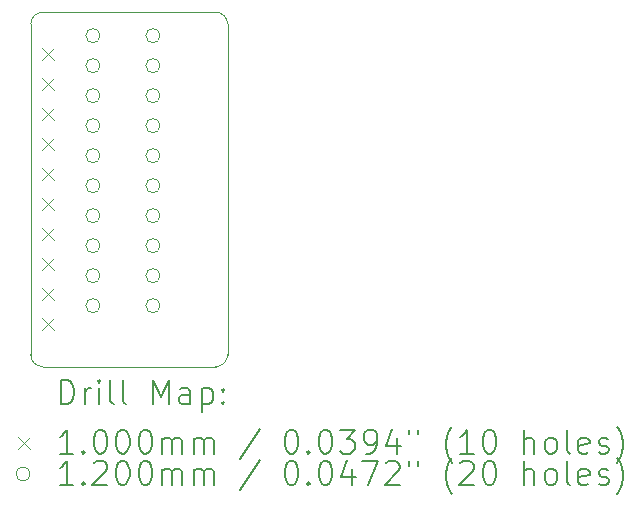
<source format=gbr>
%TF.GenerationSoftware,KiCad,Pcbnew,7.0.7*%
%TF.CreationDate,2023-11-28T10:35:00+01:00*%
%TF.ProjectId,wago kf141r adapter,7761676f-206b-4663-9134-317220616461,rev?*%
%TF.SameCoordinates,Original*%
%TF.FileFunction,Drillmap*%
%TF.FilePolarity,Positive*%
%FSLAX45Y45*%
G04 Gerber Fmt 4.5, Leading zero omitted, Abs format (unit mm)*
G04 Created by KiCad (PCBNEW 7.0.7) date 2023-11-28 10:35:00*
%MOMM*%
%LPD*%
G01*
G04 APERTURE LIST*
%ADD10C,0.100000*%
%ADD11C,0.200000*%
%ADD12C,0.120000*%
G04 APERTURE END LIST*
D10*
X13800000Y-7200000D02*
X15267000Y-7200000D01*
X13800000Y-10200000D02*
X15267000Y-10200000D01*
X13700000Y-7300000D02*
X13700000Y-10100000D01*
X15267000Y-10200000D02*
G75*
G03*
X15367000Y-10100000I0J100000D01*
G01*
X15367000Y-7300000D02*
G75*
G03*
X15267000Y-7200000I-100000J0D01*
G01*
X15367000Y-7300000D02*
X15367000Y-10100000D01*
X13700000Y-10100000D02*
G75*
G03*
X13800000Y-10200000I100000J0D01*
G01*
X13800000Y-7200000D02*
G75*
G03*
X13700000Y-7300000I0J-100000D01*
G01*
D11*
D10*
X13793000Y-7507000D02*
X13893000Y-7607000D01*
X13893000Y-7507000D02*
X13793000Y-7607000D01*
X13793000Y-7761000D02*
X13893000Y-7861000D01*
X13893000Y-7761000D02*
X13793000Y-7861000D01*
X13793000Y-8015000D02*
X13893000Y-8115000D01*
X13893000Y-8015000D02*
X13793000Y-8115000D01*
X13793000Y-8269000D02*
X13893000Y-8369000D01*
X13893000Y-8269000D02*
X13793000Y-8369000D01*
X13793000Y-8523000D02*
X13893000Y-8623000D01*
X13893000Y-8523000D02*
X13793000Y-8623000D01*
X13793000Y-8777000D02*
X13893000Y-8877000D01*
X13893000Y-8777000D02*
X13793000Y-8877000D01*
X13793000Y-9031000D02*
X13893000Y-9131000D01*
X13893000Y-9031000D02*
X13793000Y-9131000D01*
X13793000Y-9285000D02*
X13893000Y-9385000D01*
X13893000Y-9285000D02*
X13793000Y-9385000D01*
X13793000Y-9539000D02*
X13893000Y-9639000D01*
X13893000Y-9539000D02*
X13793000Y-9639000D01*
X13793000Y-9793000D02*
X13893000Y-9893000D01*
X13893000Y-9793000D02*
X13793000Y-9893000D01*
D12*
X14287000Y-7398000D02*
G75*
G03*
X14287000Y-7398000I-60000J0D01*
G01*
X14287000Y-7652000D02*
G75*
G03*
X14287000Y-7652000I-60000J0D01*
G01*
X14287000Y-7906000D02*
G75*
G03*
X14287000Y-7906000I-60000J0D01*
G01*
X14287000Y-8160000D02*
G75*
G03*
X14287000Y-8160000I-60000J0D01*
G01*
X14287000Y-8414000D02*
G75*
G03*
X14287000Y-8414000I-60000J0D01*
G01*
X14287000Y-8668000D02*
G75*
G03*
X14287000Y-8668000I-60000J0D01*
G01*
X14287000Y-8922000D02*
G75*
G03*
X14287000Y-8922000I-60000J0D01*
G01*
X14287000Y-9176000D02*
G75*
G03*
X14287000Y-9176000I-60000J0D01*
G01*
X14287000Y-9430000D02*
G75*
G03*
X14287000Y-9430000I-60000J0D01*
G01*
X14287000Y-9684000D02*
G75*
G03*
X14287000Y-9684000I-60000J0D01*
G01*
X14795000Y-7398000D02*
G75*
G03*
X14795000Y-7398000I-60000J0D01*
G01*
X14795000Y-7652000D02*
G75*
G03*
X14795000Y-7652000I-60000J0D01*
G01*
X14795000Y-7906000D02*
G75*
G03*
X14795000Y-7906000I-60000J0D01*
G01*
X14795000Y-8160000D02*
G75*
G03*
X14795000Y-8160000I-60000J0D01*
G01*
X14795000Y-8414000D02*
G75*
G03*
X14795000Y-8414000I-60000J0D01*
G01*
X14795000Y-8668000D02*
G75*
G03*
X14795000Y-8668000I-60000J0D01*
G01*
X14795000Y-8922000D02*
G75*
G03*
X14795000Y-8922000I-60000J0D01*
G01*
X14795000Y-9176000D02*
G75*
G03*
X14795000Y-9176000I-60000J0D01*
G01*
X14795000Y-9430000D02*
G75*
G03*
X14795000Y-9430000I-60000J0D01*
G01*
X14795000Y-9684000D02*
G75*
G03*
X14795000Y-9684000I-60000J0D01*
G01*
D11*
X13955777Y-10516484D02*
X13955777Y-10316484D01*
X13955777Y-10316484D02*
X14003396Y-10316484D01*
X14003396Y-10316484D02*
X14031967Y-10326008D01*
X14031967Y-10326008D02*
X14051015Y-10345055D01*
X14051015Y-10345055D02*
X14060539Y-10364103D01*
X14060539Y-10364103D02*
X14070062Y-10402198D01*
X14070062Y-10402198D02*
X14070062Y-10430770D01*
X14070062Y-10430770D02*
X14060539Y-10468865D01*
X14060539Y-10468865D02*
X14051015Y-10487912D01*
X14051015Y-10487912D02*
X14031967Y-10506960D01*
X14031967Y-10506960D02*
X14003396Y-10516484D01*
X14003396Y-10516484D02*
X13955777Y-10516484D01*
X14155777Y-10516484D02*
X14155777Y-10383150D01*
X14155777Y-10421246D02*
X14165301Y-10402198D01*
X14165301Y-10402198D02*
X14174824Y-10392674D01*
X14174824Y-10392674D02*
X14193872Y-10383150D01*
X14193872Y-10383150D02*
X14212920Y-10383150D01*
X14279586Y-10516484D02*
X14279586Y-10383150D01*
X14279586Y-10316484D02*
X14270062Y-10326008D01*
X14270062Y-10326008D02*
X14279586Y-10335531D01*
X14279586Y-10335531D02*
X14289110Y-10326008D01*
X14289110Y-10326008D02*
X14279586Y-10316484D01*
X14279586Y-10316484D02*
X14279586Y-10335531D01*
X14403396Y-10516484D02*
X14384348Y-10506960D01*
X14384348Y-10506960D02*
X14374824Y-10487912D01*
X14374824Y-10487912D02*
X14374824Y-10316484D01*
X14508158Y-10516484D02*
X14489110Y-10506960D01*
X14489110Y-10506960D02*
X14479586Y-10487912D01*
X14479586Y-10487912D02*
X14479586Y-10316484D01*
X14736729Y-10516484D02*
X14736729Y-10316484D01*
X14736729Y-10316484D02*
X14803396Y-10459341D01*
X14803396Y-10459341D02*
X14870062Y-10316484D01*
X14870062Y-10316484D02*
X14870062Y-10516484D01*
X15051015Y-10516484D02*
X15051015Y-10411722D01*
X15051015Y-10411722D02*
X15041491Y-10392674D01*
X15041491Y-10392674D02*
X15022443Y-10383150D01*
X15022443Y-10383150D02*
X14984348Y-10383150D01*
X14984348Y-10383150D02*
X14965301Y-10392674D01*
X15051015Y-10506960D02*
X15031967Y-10516484D01*
X15031967Y-10516484D02*
X14984348Y-10516484D01*
X14984348Y-10516484D02*
X14965301Y-10506960D01*
X14965301Y-10506960D02*
X14955777Y-10487912D01*
X14955777Y-10487912D02*
X14955777Y-10468865D01*
X14955777Y-10468865D02*
X14965301Y-10449817D01*
X14965301Y-10449817D02*
X14984348Y-10440293D01*
X14984348Y-10440293D02*
X15031967Y-10440293D01*
X15031967Y-10440293D02*
X15051015Y-10430770D01*
X15146253Y-10383150D02*
X15146253Y-10583150D01*
X15146253Y-10392674D02*
X15165301Y-10383150D01*
X15165301Y-10383150D02*
X15203396Y-10383150D01*
X15203396Y-10383150D02*
X15222443Y-10392674D01*
X15222443Y-10392674D02*
X15231967Y-10402198D01*
X15231967Y-10402198D02*
X15241491Y-10421246D01*
X15241491Y-10421246D02*
X15241491Y-10478389D01*
X15241491Y-10478389D02*
X15231967Y-10497436D01*
X15231967Y-10497436D02*
X15222443Y-10506960D01*
X15222443Y-10506960D02*
X15203396Y-10516484D01*
X15203396Y-10516484D02*
X15165301Y-10516484D01*
X15165301Y-10516484D02*
X15146253Y-10506960D01*
X15327205Y-10497436D02*
X15336729Y-10506960D01*
X15336729Y-10506960D02*
X15327205Y-10516484D01*
X15327205Y-10516484D02*
X15317682Y-10506960D01*
X15317682Y-10506960D02*
X15327205Y-10497436D01*
X15327205Y-10497436D02*
X15327205Y-10516484D01*
X15327205Y-10392674D02*
X15336729Y-10402198D01*
X15336729Y-10402198D02*
X15327205Y-10411722D01*
X15327205Y-10411722D02*
X15317682Y-10402198D01*
X15317682Y-10402198D02*
X15327205Y-10392674D01*
X15327205Y-10392674D02*
X15327205Y-10411722D01*
D10*
X13595000Y-10795000D02*
X13695000Y-10895000D01*
X13695000Y-10795000D02*
X13595000Y-10895000D01*
D11*
X14060539Y-10936484D02*
X13946253Y-10936484D01*
X14003396Y-10936484D02*
X14003396Y-10736484D01*
X14003396Y-10736484D02*
X13984348Y-10765055D01*
X13984348Y-10765055D02*
X13965301Y-10784103D01*
X13965301Y-10784103D02*
X13946253Y-10793627D01*
X14146253Y-10917436D02*
X14155777Y-10926960D01*
X14155777Y-10926960D02*
X14146253Y-10936484D01*
X14146253Y-10936484D02*
X14136729Y-10926960D01*
X14136729Y-10926960D02*
X14146253Y-10917436D01*
X14146253Y-10917436D02*
X14146253Y-10936484D01*
X14279586Y-10736484D02*
X14298634Y-10736484D01*
X14298634Y-10736484D02*
X14317682Y-10746008D01*
X14317682Y-10746008D02*
X14327205Y-10755531D01*
X14327205Y-10755531D02*
X14336729Y-10774579D01*
X14336729Y-10774579D02*
X14346253Y-10812674D01*
X14346253Y-10812674D02*
X14346253Y-10860293D01*
X14346253Y-10860293D02*
X14336729Y-10898389D01*
X14336729Y-10898389D02*
X14327205Y-10917436D01*
X14327205Y-10917436D02*
X14317682Y-10926960D01*
X14317682Y-10926960D02*
X14298634Y-10936484D01*
X14298634Y-10936484D02*
X14279586Y-10936484D01*
X14279586Y-10936484D02*
X14260539Y-10926960D01*
X14260539Y-10926960D02*
X14251015Y-10917436D01*
X14251015Y-10917436D02*
X14241491Y-10898389D01*
X14241491Y-10898389D02*
X14231967Y-10860293D01*
X14231967Y-10860293D02*
X14231967Y-10812674D01*
X14231967Y-10812674D02*
X14241491Y-10774579D01*
X14241491Y-10774579D02*
X14251015Y-10755531D01*
X14251015Y-10755531D02*
X14260539Y-10746008D01*
X14260539Y-10746008D02*
X14279586Y-10736484D01*
X14470062Y-10736484D02*
X14489110Y-10736484D01*
X14489110Y-10736484D02*
X14508158Y-10746008D01*
X14508158Y-10746008D02*
X14517682Y-10755531D01*
X14517682Y-10755531D02*
X14527205Y-10774579D01*
X14527205Y-10774579D02*
X14536729Y-10812674D01*
X14536729Y-10812674D02*
X14536729Y-10860293D01*
X14536729Y-10860293D02*
X14527205Y-10898389D01*
X14527205Y-10898389D02*
X14517682Y-10917436D01*
X14517682Y-10917436D02*
X14508158Y-10926960D01*
X14508158Y-10926960D02*
X14489110Y-10936484D01*
X14489110Y-10936484D02*
X14470062Y-10936484D01*
X14470062Y-10936484D02*
X14451015Y-10926960D01*
X14451015Y-10926960D02*
X14441491Y-10917436D01*
X14441491Y-10917436D02*
X14431967Y-10898389D01*
X14431967Y-10898389D02*
X14422443Y-10860293D01*
X14422443Y-10860293D02*
X14422443Y-10812674D01*
X14422443Y-10812674D02*
X14431967Y-10774579D01*
X14431967Y-10774579D02*
X14441491Y-10755531D01*
X14441491Y-10755531D02*
X14451015Y-10746008D01*
X14451015Y-10746008D02*
X14470062Y-10736484D01*
X14660539Y-10736484D02*
X14679586Y-10736484D01*
X14679586Y-10736484D02*
X14698634Y-10746008D01*
X14698634Y-10746008D02*
X14708158Y-10755531D01*
X14708158Y-10755531D02*
X14717682Y-10774579D01*
X14717682Y-10774579D02*
X14727205Y-10812674D01*
X14727205Y-10812674D02*
X14727205Y-10860293D01*
X14727205Y-10860293D02*
X14717682Y-10898389D01*
X14717682Y-10898389D02*
X14708158Y-10917436D01*
X14708158Y-10917436D02*
X14698634Y-10926960D01*
X14698634Y-10926960D02*
X14679586Y-10936484D01*
X14679586Y-10936484D02*
X14660539Y-10936484D01*
X14660539Y-10936484D02*
X14641491Y-10926960D01*
X14641491Y-10926960D02*
X14631967Y-10917436D01*
X14631967Y-10917436D02*
X14622443Y-10898389D01*
X14622443Y-10898389D02*
X14612920Y-10860293D01*
X14612920Y-10860293D02*
X14612920Y-10812674D01*
X14612920Y-10812674D02*
X14622443Y-10774579D01*
X14622443Y-10774579D02*
X14631967Y-10755531D01*
X14631967Y-10755531D02*
X14641491Y-10746008D01*
X14641491Y-10746008D02*
X14660539Y-10736484D01*
X14812920Y-10936484D02*
X14812920Y-10803150D01*
X14812920Y-10822198D02*
X14822443Y-10812674D01*
X14822443Y-10812674D02*
X14841491Y-10803150D01*
X14841491Y-10803150D02*
X14870063Y-10803150D01*
X14870063Y-10803150D02*
X14889110Y-10812674D01*
X14889110Y-10812674D02*
X14898634Y-10831722D01*
X14898634Y-10831722D02*
X14898634Y-10936484D01*
X14898634Y-10831722D02*
X14908158Y-10812674D01*
X14908158Y-10812674D02*
X14927205Y-10803150D01*
X14927205Y-10803150D02*
X14955777Y-10803150D01*
X14955777Y-10803150D02*
X14974824Y-10812674D01*
X14974824Y-10812674D02*
X14984348Y-10831722D01*
X14984348Y-10831722D02*
X14984348Y-10936484D01*
X15079586Y-10936484D02*
X15079586Y-10803150D01*
X15079586Y-10822198D02*
X15089110Y-10812674D01*
X15089110Y-10812674D02*
X15108158Y-10803150D01*
X15108158Y-10803150D02*
X15136729Y-10803150D01*
X15136729Y-10803150D02*
X15155777Y-10812674D01*
X15155777Y-10812674D02*
X15165301Y-10831722D01*
X15165301Y-10831722D02*
X15165301Y-10936484D01*
X15165301Y-10831722D02*
X15174824Y-10812674D01*
X15174824Y-10812674D02*
X15193872Y-10803150D01*
X15193872Y-10803150D02*
X15222443Y-10803150D01*
X15222443Y-10803150D02*
X15241491Y-10812674D01*
X15241491Y-10812674D02*
X15251015Y-10831722D01*
X15251015Y-10831722D02*
X15251015Y-10936484D01*
X15641491Y-10726960D02*
X15470063Y-10984103D01*
X15898634Y-10736484D02*
X15917682Y-10736484D01*
X15917682Y-10736484D02*
X15936729Y-10746008D01*
X15936729Y-10746008D02*
X15946253Y-10755531D01*
X15946253Y-10755531D02*
X15955777Y-10774579D01*
X15955777Y-10774579D02*
X15965301Y-10812674D01*
X15965301Y-10812674D02*
X15965301Y-10860293D01*
X15965301Y-10860293D02*
X15955777Y-10898389D01*
X15955777Y-10898389D02*
X15946253Y-10917436D01*
X15946253Y-10917436D02*
X15936729Y-10926960D01*
X15936729Y-10926960D02*
X15917682Y-10936484D01*
X15917682Y-10936484D02*
X15898634Y-10936484D01*
X15898634Y-10936484D02*
X15879586Y-10926960D01*
X15879586Y-10926960D02*
X15870063Y-10917436D01*
X15870063Y-10917436D02*
X15860539Y-10898389D01*
X15860539Y-10898389D02*
X15851015Y-10860293D01*
X15851015Y-10860293D02*
X15851015Y-10812674D01*
X15851015Y-10812674D02*
X15860539Y-10774579D01*
X15860539Y-10774579D02*
X15870063Y-10755531D01*
X15870063Y-10755531D02*
X15879586Y-10746008D01*
X15879586Y-10746008D02*
X15898634Y-10736484D01*
X16051015Y-10917436D02*
X16060539Y-10926960D01*
X16060539Y-10926960D02*
X16051015Y-10936484D01*
X16051015Y-10936484D02*
X16041491Y-10926960D01*
X16041491Y-10926960D02*
X16051015Y-10917436D01*
X16051015Y-10917436D02*
X16051015Y-10936484D01*
X16184348Y-10736484D02*
X16203396Y-10736484D01*
X16203396Y-10736484D02*
X16222444Y-10746008D01*
X16222444Y-10746008D02*
X16231967Y-10755531D01*
X16231967Y-10755531D02*
X16241491Y-10774579D01*
X16241491Y-10774579D02*
X16251015Y-10812674D01*
X16251015Y-10812674D02*
X16251015Y-10860293D01*
X16251015Y-10860293D02*
X16241491Y-10898389D01*
X16241491Y-10898389D02*
X16231967Y-10917436D01*
X16231967Y-10917436D02*
X16222444Y-10926960D01*
X16222444Y-10926960D02*
X16203396Y-10936484D01*
X16203396Y-10936484D02*
X16184348Y-10936484D01*
X16184348Y-10936484D02*
X16165301Y-10926960D01*
X16165301Y-10926960D02*
X16155777Y-10917436D01*
X16155777Y-10917436D02*
X16146253Y-10898389D01*
X16146253Y-10898389D02*
X16136729Y-10860293D01*
X16136729Y-10860293D02*
X16136729Y-10812674D01*
X16136729Y-10812674D02*
X16146253Y-10774579D01*
X16146253Y-10774579D02*
X16155777Y-10755531D01*
X16155777Y-10755531D02*
X16165301Y-10746008D01*
X16165301Y-10746008D02*
X16184348Y-10736484D01*
X16317682Y-10736484D02*
X16441491Y-10736484D01*
X16441491Y-10736484D02*
X16374825Y-10812674D01*
X16374825Y-10812674D02*
X16403396Y-10812674D01*
X16403396Y-10812674D02*
X16422444Y-10822198D01*
X16422444Y-10822198D02*
X16431967Y-10831722D01*
X16431967Y-10831722D02*
X16441491Y-10850770D01*
X16441491Y-10850770D02*
X16441491Y-10898389D01*
X16441491Y-10898389D02*
X16431967Y-10917436D01*
X16431967Y-10917436D02*
X16422444Y-10926960D01*
X16422444Y-10926960D02*
X16403396Y-10936484D01*
X16403396Y-10936484D02*
X16346253Y-10936484D01*
X16346253Y-10936484D02*
X16327206Y-10926960D01*
X16327206Y-10926960D02*
X16317682Y-10917436D01*
X16536729Y-10936484D02*
X16574825Y-10936484D01*
X16574825Y-10936484D02*
X16593872Y-10926960D01*
X16593872Y-10926960D02*
X16603396Y-10917436D01*
X16603396Y-10917436D02*
X16622444Y-10888865D01*
X16622444Y-10888865D02*
X16631967Y-10850770D01*
X16631967Y-10850770D02*
X16631967Y-10774579D01*
X16631967Y-10774579D02*
X16622444Y-10755531D01*
X16622444Y-10755531D02*
X16612920Y-10746008D01*
X16612920Y-10746008D02*
X16593872Y-10736484D01*
X16593872Y-10736484D02*
X16555777Y-10736484D01*
X16555777Y-10736484D02*
X16536729Y-10746008D01*
X16536729Y-10746008D02*
X16527206Y-10755531D01*
X16527206Y-10755531D02*
X16517682Y-10774579D01*
X16517682Y-10774579D02*
X16517682Y-10822198D01*
X16517682Y-10822198D02*
X16527206Y-10841246D01*
X16527206Y-10841246D02*
X16536729Y-10850770D01*
X16536729Y-10850770D02*
X16555777Y-10860293D01*
X16555777Y-10860293D02*
X16593872Y-10860293D01*
X16593872Y-10860293D02*
X16612920Y-10850770D01*
X16612920Y-10850770D02*
X16622444Y-10841246D01*
X16622444Y-10841246D02*
X16631967Y-10822198D01*
X16803396Y-10803150D02*
X16803396Y-10936484D01*
X16755777Y-10726960D02*
X16708158Y-10869817D01*
X16708158Y-10869817D02*
X16831968Y-10869817D01*
X16898634Y-10736484D02*
X16898634Y-10774579D01*
X16974825Y-10736484D02*
X16974825Y-10774579D01*
X17270063Y-11012674D02*
X17260539Y-11003150D01*
X17260539Y-11003150D02*
X17241491Y-10974579D01*
X17241491Y-10974579D02*
X17231968Y-10955531D01*
X17231968Y-10955531D02*
X17222444Y-10926960D01*
X17222444Y-10926960D02*
X17212920Y-10879341D01*
X17212920Y-10879341D02*
X17212920Y-10841246D01*
X17212920Y-10841246D02*
X17222444Y-10793627D01*
X17222444Y-10793627D02*
X17231968Y-10765055D01*
X17231968Y-10765055D02*
X17241491Y-10746008D01*
X17241491Y-10746008D02*
X17260539Y-10717436D01*
X17260539Y-10717436D02*
X17270063Y-10707912D01*
X17451015Y-10936484D02*
X17336730Y-10936484D01*
X17393872Y-10936484D02*
X17393872Y-10736484D01*
X17393872Y-10736484D02*
X17374825Y-10765055D01*
X17374825Y-10765055D02*
X17355777Y-10784103D01*
X17355777Y-10784103D02*
X17336730Y-10793627D01*
X17574825Y-10736484D02*
X17593872Y-10736484D01*
X17593872Y-10736484D02*
X17612920Y-10746008D01*
X17612920Y-10746008D02*
X17622444Y-10755531D01*
X17622444Y-10755531D02*
X17631968Y-10774579D01*
X17631968Y-10774579D02*
X17641491Y-10812674D01*
X17641491Y-10812674D02*
X17641491Y-10860293D01*
X17641491Y-10860293D02*
X17631968Y-10898389D01*
X17631968Y-10898389D02*
X17622444Y-10917436D01*
X17622444Y-10917436D02*
X17612920Y-10926960D01*
X17612920Y-10926960D02*
X17593872Y-10936484D01*
X17593872Y-10936484D02*
X17574825Y-10936484D01*
X17574825Y-10936484D02*
X17555777Y-10926960D01*
X17555777Y-10926960D02*
X17546253Y-10917436D01*
X17546253Y-10917436D02*
X17536730Y-10898389D01*
X17536730Y-10898389D02*
X17527206Y-10860293D01*
X17527206Y-10860293D02*
X17527206Y-10812674D01*
X17527206Y-10812674D02*
X17536730Y-10774579D01*
X17536730Y-10774579D02*
X17546253Y-10755531D01*
X17546253Y-10755531D02*
X17555777Y-10746008D01*
X17555777Y-10746008D02*
X17574825Y-10736484D01*
X17879587Y-10936484D02*
X17879587Y-10736484D01*
X17965301Y-10936484D02*
X17965301Y-10831722D01*
X17965301Y-10831722D02*
X17955777Y-10812674D01*
X17955777Y-10812674D02*
X17936730Y-10803150D01*
X17936730Y-10803150D02*
X17908158Y-10803150D01*
X17908158Y-10803150D02*
X17889111Y-10812674D01*
X17889111Y-10812674D02*
X17879587Y-10822198D01*
X18089111Y-10936484D02*
X18070063Y-10926960D01*
X18070063Y-10926960D02*
X18060539Y-10917436D01*
X18060539Y-10917436D02*
X18051015Y-10898389D01*
X18051015Y-10898389D02*
X18051015Y-10841246D01*
X18051015Y-10841246D02*
X18060539Y-10822198D01*
X18060539Y-10822198D02*
X18070063Y-10812674D01*
X18070063Y-10812674D02*
X18089111Y-10803150D01*
X18089111Y-10803150D02*
X18117682Y-10803150D01*
X18117682Y-10803150D02*
X18136730Y-10812674D01*
X18136730Y-10812674D02*
X18146253Y-10822198D01*
X18146253Y-10822198D02*
X18155777Y-10841246D01*
X18155777Y-10841246D02*
X18155777Y-10898389D01*
X18155777Y-10898389D02*
X18146253Y-10917436D01*
X18146253Y-10917436D02*
X18136730Y-10926960D01*
X18136730Y-10926960D02*
X18117682Y-10936484D01*
X18117682Y-10936484D02*
X18089111Y-10936484D01*
X18270063Y-10936484D02*
X18251015Y-10926960D01*
X18251015Y-10926960D02*
X18241492Y-10907912D01*
X18241492Y-10907912D02*
X18241492Y-10736484D01*
X18422444Y-10926960D02*
X18403396Y-10936484D01*
X18403396Y-10936484D02*
X18365301Y-10936484D01*
X18365301Y-10936484D02*
X18346253Y-10926960D01*
X18346253Y-10926960D02*
X18336730Y-10907912D01*
X18336730Y-10907912D02*
X18336730Y-10831722D01*
X18336730Y-10831722D02*
X18346253Y-10812674D01*
X18346253Y-10812674D02*
X18365301Y-10803150D01*
X18365301Y-10803150D02*
X18403396Y-10803150D01*
X18403396Y-10803150D02*
X18422444Y-10812674D01*
X18422444Y-10812674D02*
X18431968Y-10831722D01*
X18431968Y-10831722D02*
X18431968Y-10850770D01*
X18431968Y-10850770D02*
X18336730Y-10869817D01*
X18508158Y-10926960D02*
X18527206Y-10936484D01*
X18527206Y-10936484D02*
X18565301Y-10936484D01*
X18565301Y-10936484D02*
X18584349Y-10926960D01*
X18584349Y-10926960D02*
X18593873Y-10907912D01*
X18593873Y-10907912D02*
X18593873Y-10898389D01*
X18593873Y-10898389D02*
X18584349Y-10879341D01*
X18584349Y-10879341D02*
X18565301Y-10869817D01*
X18565301Y-10869817D02*
X18536730Y-10869817D01*
X18536730Y-10869817D02*
X18517682Y-10860293D01*
X18517682Y-10860293D02*
X18508158Y-10841246D01*
X18508158Y-10841246D02*
X18508158Y-10831722D01*
X18508158Y-10831722D02*
X18517682Y-10812674D01*
X18517682Y-10812674D02*
X18536730Y-10803150D01*
X18536730Y-10803150D02*
X18565301Y-10803150D01*
X18565301Y-10803150D02*
X18584349Y-10812674D01*
X18660539Y-11012674D02*
X18670063Y-11003150D01*
X18670063Y-11003150D02*
X18689111Y-10974579D01*
X18689111Y-10974579D02*
X18698634Y-10955531D01*
X18698634Y-10955531D02*
X18708158Y-10926960D01*
X18708158Y-10926960D02*
X18717682Y-10879341D01*
X18717682Y-10879341D02*
X18717682Y-10841246D01*
X18717682Y-10841246D02*
X18708158Y-10793627D01*
X18708158Y-10793627D02*
X18698634Y-10765055D01*
X18698634Y-10765055D02*
X18689111Y-10746008D01*
X18689111Y-10746008D02*
X18670063Y-10717436D01*
X18670063Y-10717436D02*
X18660539Y-10707912D01*
D12*
X13695000Y-11109000D02*
G75*
G03*
X13695000Y-11109000I-60000J0D01*
G01*
D11*
X14060539Y-11200484D02*
X13946253Y-11200484D01*
X14003396Y-11200484D02*
X14003396Y-11000484D01*
X14003396Y-11000484D02*
X13984348Y-11029055D01*
X13984348Y-11029055D02*
X13965301Y-11048103D01*
X13965301Y-11048103D02*
X13946253Y-11057627D01*
X14146253Y-11181436D02*
X14155777Y-11190960D01*
X14155777Y-11190960D02*
X14146253Y-11200484D01*
X14146253Y-11200484D02*
X14136729Y-11190960D01*
X14136729Y-11190960D02*
X14146253Y-11181436D01*
X14146253Y-11181436D02*
X14146253Y-11200484D01*
X14231967Y-11019531D02*
X14241491Y-11010008D01*
X14241491Y-11010008D02*
X14260539Y-11000484D01*
X14260539Y-11000484D02*
X14308158Y-11000484D01*
X14308158Y-11000484D02*
X14327205Y-11010008D01*
X14327205Y-11010008D02*
X14336729Y-11019531D01*
X14336729Y-11019531D02*
X14346253Y-11038579D01*
X14346253Y-11038579D02*
X14346253Y-11057627D01*
X14346253Y-11057627D02*
X14336729Y-11086198D01*
X14336729Y-11086198D02*
X14222443Y-11200484D01*
X14222443Y-11200484D02*
X14346253Y-11200484D01*
X14470062Y-11000484D02*
X14489110Y-11000484D01*
X14489110Y-11000484D02*
X14508158Y-11010008D01*
X14508158Y-11010008D02*
X14517682Y-11019531D01*
X14517682Y-11019531D02*
X14527205Y-11038579D01*
X14527205Y-11038579D02*
X14536729Y-11076674D01*
X14536729Y-11076674D02*
X14536729Y-11124293D01*
X14536729Y-11124293D02*
X14527205Y-11162389D01*
X14527205Y-11162389D02*
X14517682Y-11181436D01*
X14517682Y-11181436D02*
X14508158Y-11190960D01*
X14508158Y-11190960D02*
X14489110Y-11200484D01*
X14489110Y-11200484D02*
X14470062Y-11200484D01*
X14470062Y-11200484D02*
X14451015Y-11190960D01*
X14451015Y-11190960D02*
X14441491Y-11181436D01*
X14441491Y-11181436D02*
X14431967Y-11162389D01*
X14431967Y-11162389D02*
X14422443Y-11124293D01*
X14422443Y-11124293D02*
X14422443Y-11076674D01*
X14422443Y-11076674D02*
X14431967Y-11038579D01*
X14431967Y-11038579D02*
X14441491Y-11019531D01*
X14441491Y-11019531D02*
X14451015Y-11010008D01*
X14451015Y-11010008D02*
X14470062Y-11000484D01*
X14660539Y-11000484D02*
X14679586Y-11000484D01*
X14679586Y-11000484D02*
X14698634Y-11010008D01*
X14698634Y-11010008D02*
X14708158Y-11019531D01*
X14708158Y-11019531D02*
X14717682Y-11038579D01*
X14717682Y-11038579D02*
X14727205Y-11076674D01*
X14727205Y-11076674D02*
X14727205Y-11124293D01*
X14727205Y-11124293D02*
X14717682Y-11162389D01*
X14717682Y-11162389D02*
X14708158Y-11181436D01*
X14708158Y-11181436D02*
X14698634Y-11190960D01*
X14698634Y-11190960D02*
X14679586Y-11200484D01*
X14679586Y-11200484D02*
X14660539Y-11200484D01*
X14660539Y-11200484D02*
X14641491Y-11190960D01*
X14641491Y-11190960D02*
X14631967Y-11181436D01*
X14631967Y-11181436D02*
X14622443Y-11162389D01*
X14622443Y-11162389D02*
X14612920Y-11124293D01*
X14612920Y-11124293D02*
X14612920Y-11076674D01*
X14612920Y-11076674D02*
X14622443Y-11038579D01*
X14622443Y-11038579D02*
X14631967Y-11019531D01*
X14631967Y-11019531D02*
X14641491Y-11010008D01*
X14641491Y-11010008D02*
X14660539Y-11000484D01*
X14812920Y-11200484D02*
X14812920Y-11067150D01*
X14812920Y-11086198D02*
X14822443Y-11076674D01*
X14822443Y-11076674D02*
X14841491Y-11067150D01*
X14841491Y-11067150D02*
X14870063Y-11067150D01*
X14870063Y-11067150D02*
X14889110Y-11076674D01*
X14889110Y-11076674D02*
X14898634Y-11095722D01*
X14898634Y-11095722D02*
X14898634Y-11200484D01*
X14898634Y-11095722D02*
X14908158Y-11076674D01*
X14908158Y-11076674D02*
X14927205Y-11067150D01*
X14927205Y-11067150D02*
X14955777Y-11067150D01*
X14955777Y-11067150D02*
X14974824Y-11076674D01*
X14974824Y-11076674D02*
X14984348Y-11095722D01*
X14984348Y-11095722D02*
X14984348Y-11200484D01*
X15079586Y-11200484D02*
X15079586Y-11067150D01*
X15079586Y-11086198D02*
X15089110Y-11076674D01*
X15089110Y-11076674D02*
X15108158Y-11067150D01*
X15108158Y-11067150D02*
X15136729Y-11067150D01*
X15136729Y-11067150D02*
X15155777Y-11076674D01*
X15155777Y-11076674D02*
X15165301Y-11095722D01*
X15165301Y-11095722D02*
X15165301Y-11200484D01*
X15165301Y-11095722D02*
X15174824Y-11076674D01*
X15174824Y-11076674D02*
X15193872Y-11067150D01*
X15193872Y-11067150D02*
X15222443Y-11067150D01*
X15222443Y-11067150D02*
X15241491Y-11076674D01*
X15241491Y-11076674D02*
X15251015Y-11095722D01*
X15251015Y-11095722D02*
X15251015Y-11200484D01*
X15641491Y-10990960D02*
X15470063Y-11248103D01*
X15898634Y-11000484D02*
X15917682Y-11000484D01*
X15917682Y-11000484D02*
X15936729Y-11010008D01*
X15936729Y-11010008D02*
X15946253Y-11019531D01*
X15946253Y-11019531D02*
X15955777Y-11038579D01*
X15955777Y-11038579D02*
X15965301Y-11076674D01*
X15965301Y-11076674D02*
X15965301Y-11124293D01*
X15965301Y-11124293D02*
X15955777Y-11162389D01*
X15955777Y-11162389D02*
X15946253Y-11181436D01*
X15946253Y-11181436D02*
X15936729Y-11190960D01*
X15936729Y-11190960D02*
X15917682Y-11200484D01*
X15917682Y-11200484D02*
X15898634Y-11200484D01*
X15898634Y-11200484D02*
X15879586Y-11190960D01*
X15879586Y-11190960D02*
X15870063Y-11181436D01*
X15870063Y-11181436D02*
X15860539Y-11162389D01*
X15860539Y-11162389D02*
X15851015Y-11124293D01*
X15851015Y-11124293D02*
X15851015Y-11076674D01*
X15851015Y-11076674D02*
X15860539Y-11038579D01*
X15860539Y-11038579D02*
X15870063Y-11019531D01*
X15870063Y-11019531D02*
X15879586Y-11010008D01*
X15879586Y-11010008D02*
X15898634Y-11000484D01*
X16051015Y-11181436D02*
X16060539Y-11190960D01*
X16060539Y-11190960D02*
X16051015Y-11200484D01*
X16051015Y-11200484D02*
X16041491Y-11190960D01*
X16041491Y-11190960D02*
X16051015Y-11181436D01*
X16051015Y-11181436D02*
X16051015Y-11200484D01*
X16184348Y-11000484D02*
X16203396Y-11000484D01*
X16203396Y-11000484D02*
X16222444Y-11010008D01*
X16222444Y-11010008D02*
X16231967Y-11019531D01*
X16231967Y-11019531D02*
X16241491Y-11038579D01*
X16241491Y-11038579D02*
X16251015Y-11076674D01*
X16251015Y-11076674D02*
X16251015Y-11124293D01*
X16251015Y-11124293D02*
X16241491Y-11162389D01*
X16241491Y-11162389D02*
X16231967Y-11181436D01*
X16231967Y-11181436D02*
X16222444Y-11190960D01*
X16222444Y-11190960D02*
X16203396Y-11200484D01*
X16203396Y-11200484D02*
X16184348Y-11200484D01*
X16184348Y-11200484D02*
X16165301Y-11190960D01*
X16165301Y-11190960D02*
X16155777Y-11181436D01*
X16155777Y-11181436D02*
X16146253Y-11162389D01*
X16146253Y-11162389D02*
X16136729Y-11124293D01*
X16136729Y-11124293D02*
X16136729Y-11076674D01*
X16136729Y-11076674D02*
X16146253Y-11038579D01*
X16146253Y-11038579D02*
X16155777Y-11019531D01*
X16155777Y-11019531D02*
X16165301Y-11010008D01*
X16165301Y-11010008D02*
X16184348Y-11000484D01*
X16422444Y-11067150D02*
X16422444Y-11200484D01*
X16374825Y-10990960D02*
X16327206Y-11133817D01*
X16327206Y-11133817D02*
X16451015Y-11133817D01*
X16508158Y-11000484D02*
X16641491Y-11000484D01*
X16641491Y-11000484D02*
X16555777Y-11200484D01*
X16708158Y-11019531D02*
X16717682Y-11010008D01*
X16717682Y-11010008D02*
X16736729Y-11000484D01*
X16736729Y-11000484D02*
X16784349Y-11000484D01*
X16784349Y-11000484D02*
X16803396Y-11010008D01*
X16803396Y-11010008D02*
X16812920Y-11019531D01*
X16812920Y-11019531D02*
X16822444Y-11038579D01*
X16822444Y-11038579D02*
X16822444Y-11057627D01*
X16822444Y-11057627D02*
X16812920Y-11086198D01*
X16812920Y-11086198D02*
X16698634Y-11200484D01*
X16698634Y-11200484D02*
X16822444Y-11200484D01*
X16898634Y-11000484D02*
X16898634Y-11038579D01*
X16974825Y-11000484D02*
X16974825Y-11038579D01*
X17270063Y-11276674D02*
X17260539Y-11267150D01*
X17260539Y-11267150D02*
X17241491Y-11238579D01*
X17241491Y-11238579D02*
X17231968Y-11219531D01*
X17231968Y-11219531D02*
X17222444Y-11190960D01*
X17222444Y-11190960D02*
X17212920Y-11143341D01*
X17212920Y-11143341D02*
X17212920Y-11105246D01*
X17212920Y-11105246D02*
X17222444Y-11057627D01*
X17222444Y-11057627D02*
X17231968Y-11029055D01*
X17231968Y-11029055D02*
X17241491Y-11010008D01*
X17241491Y-11010008D02*
X17260539Y-10981436D01*
X17260539Y-10981436D02*
X17270063Y-10971912D01*
X17336730Y-11019531D02*
X17346253Y-11010008D01*
X17346253Y-11010008D02*
X17365301Y-11000484D01*
X17365301Y-11000484D02*
X17412920Y-11000484D01*
X17412920Y-11000484D02*
X17431968Y-11010008D01*
X17431968Y-11010008D02*
X17441491Y-11019531D01*
X17441491Y-11019531D02*
X17451015Y-11038579D01*
X17451015Y-11038579D02*
X17451015Y-11057627D01*
X17451015Y-11057627D02*
X17441491Y-11086198D01*
X17441491Y-11086198D02*
X17327206Y-11200484D01*
X17327206Y-11200484D02*
X17451015Y-11200484D01*
X17574825Y-11000484D02*
X17593872Y-11000484D01*
X17593872Y-11000484D02*
X17612920Y-11010008D01*
X17612920Y-11010008D02*
X17622444Y-11019531D01*
X17622444Y-11019531D02*
X17631968Y-11038579D01*
X17631968Y-11038579D02*
X17641491Y-11076674D01*
X17641491Y-11076674D02*
X17641491Y-11124293D01*
X17641491Y-11124293D02*
X17631968Y-11162389D01*
X17631968Y-11162389D02*
X17622444Y-11181436D01*
X17622444Y-11181436D02*
X17612920Y-11190960D01*
X17612920Y-11190960D02*
X17593872Y-11200484D01*
X17593872Y-11200484D02*
X17574825Y-11200484D01*
X17574825Y-11200484D02*
X17555777Y-11190960D01*
X17555777Y-11190960D02*
X17546253Y-11181436D01*
X17546253Y-11181436D02*
X17536730Y-11162389D01*
X17536730Y-11162389D02*
X17527206Y-11124293D01*
X17527206Y-11124293D02*
X17527206Y-11076674D01*
X17527206Y-11076674D02*
X17536730Y-11038579D01*
X17536730Y-11038579D02*
X17546253Y-11019531D01*
X17546253Y-11019531D02*
X17555777Y-11010008D01*
X17555777Y-11010008D02*
X17574825Y-11000484D01*
X17879587Y-11200484D02*
X17879587Y-11000484D01*
X17965301Y-11200484D02*
X17965301Y-11095722D01*
X17965301Y-11095722D02*
X17955777Y-11076674D01*
X17955777Y-11076674D02*
X17936730Y-11067150D01*
X17936730Y-11067150D02*
X17908158Y-11067150D01*
X17908158Y-11067150D02*
X17889111Y-11076674D01*
X17889111Y-11076674D02*
X17879587Y-11086198D01*
X18089111Y-11200484D02*
X18070063Y-11190960D01*
X18070063Y-11190960D02*
X18060539Y-11181436D01*
X18060539Y-11181436D02*
X18051015Y-11162389D01*
X18051015Y-11162389D02*
X18051015Y-11105246D01*
X18051015Y-11105246D02*
X18060539Y-11086198D01*
X18060539Y-11086198D02*
X18070063Y-11076674D01*
X18070063Y-11076674D02*
X18089111Y-11067150D01*
X18089111Y-11067150D02*
X18117682Y-11067150D01*
X18117682Y-11067150D02*
X18136730Y-11076674D01*
X18136730Y-11076674D02*
X18146253Y-11086198D01*
X18146253Y-11086198D02*
X18155777Y-11105246D01*
X18155777Y-11105246D02*
X18155777Y-11162389D01*
X18155777Y-11162389D02*
X18146253Y-11181436D01*
X18146253Y-11181436D02*
X18136730Y-11190960D01*
X18136730Y-11190960D02*
X18117682Y-11200484D01*
X18117682Y-11200484D02*
X18089111Y-11200484D01*
X18270063Y-11200484D02*
X18251015Y-11190960D01*
X18251015Y-11190960D02*
X18241492Y-11171912D01*
X18241492Y-11171912D02*
X18241492Y-11000484D01*
X18422444Y-11190960D02*
X18403396Y-11200484D01*
X18403396Y-11200484D02*
X18365301Y-11200484D01*
X18365301Y-11200484D02*
X18346253Y-11190960D01*
X18346253Y-11190960D02*
X18336730Y-11171912D01*
X18336730Y-11171912D02*
X18336730Y-11095722D01*
X18336730Y-11095722D02*
X18346253Y-11076674D01*
X18346253Y-11076674D02*
X18365301Y-11067150D01*
X18365301Y-11067150D02*
X18403396Y-11067150D01*
X18403396Y-11067150D02*
X18422444Y-11076674D01*
X18422444Y-11076674D02*
X18431968Y-11095722D01*
X18431968Y-11095722D02*
X18431968Y-11114770D01*
X18431968Y-11114770D02*
X18336730Y-11133817D01*
X18508158Y-11190960D02*
X18527206Y-11200484D01*
X18527206Y-11200484D02*
X18565301Y-11200484D01*
X18565301Y-11200484D02*
X18584349Y-11190960D01*
X18584349Y-11190960D02*
X18593873Y-11171912D01*
X18593873Y-11171912D02*
X18593873Y-11162389D01*
X18593873Y-11162389D02*
X18584349Y-11143341D01*
X18584349Y-11143341D02*
X18565301Y-11133817D01*
X18565301Y-11133817D02*
X18536730Y-11133817D01*
X18536730Y-11133817D02*
X18517682Y-11124293D01*
X18517682Y-11124293D02*
X18508158Y-11105246D01*
X18508158Y-11105246D02*
X18508158Y-11095722D01*
X18508158Y-11095722D02*
X18517682Y-11076674D01*
X18517682Y-11076674D02*
X18536730Y-11067150D01*
X18536730Y-11067150D02*
X18565301Y-11067150D01*
X18565301Y-11067150D02*
X18584349Y-11076674D01*
X18660539Y-11276674D02*
X18670063Y-11267150D01*
X18670063Y-11267150D02*
X18689111Y-11238579D01*
X18689111Y-11238579D02*
X18698634Y-11219531D01*
X18698634Y-11219531D02*
X18708158Y-11190960D01*
X18708158Y-11190960D02*
X18717682Y-11143341D01*
X18717682Y-11143341D02*
X18717682Y-11105246D01*
X18717682Y-11105246D02*
X18708158Y-11057627D01*
X18708158Y-11057627D02*
X18698634Y-11029055D01*
X18698634Y-11029055D02*
X18689111Y-11010008D01*
X18689111Y-11010008D02*
X18670063Y-10981436D01*
X18670063Y-10981436D02*
X18660539Y-10971912D01*
M02*

</source>
